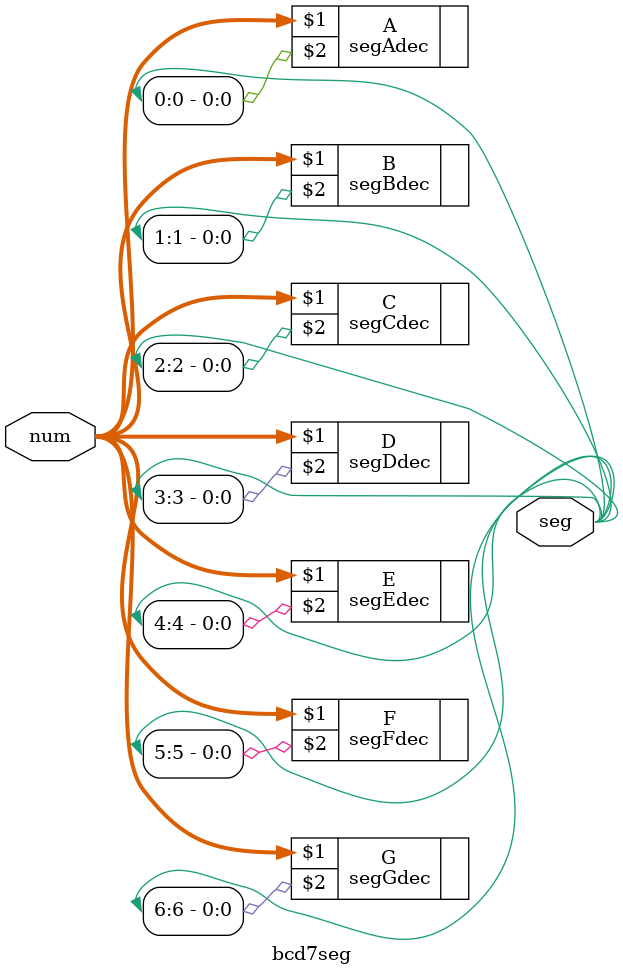
<source format=sv>
module bcd7seg(
  input 	[3:0] num,		// BCD number to display
  output	[6:0] seg		// seg[0]=A, seg[1]=B, ...
);

  ////////////////////////////////////////
  // Instantiate the 7 segment drivers //
  //////////////////////////////////////
  //instantiates each decoder and update seg[0] to seg[6]
  segAdec A(num, seg[0]);
  segBdec B(num, seg[1]);
  segCdec C(num, seg[2]);
  segDdec D(num, seg[3]);
  segEdec E(num, seg[4]);
  segFdec F(num, seg[5]);
  segGdec G(num, seg[6]);


endmodule  
</source>
